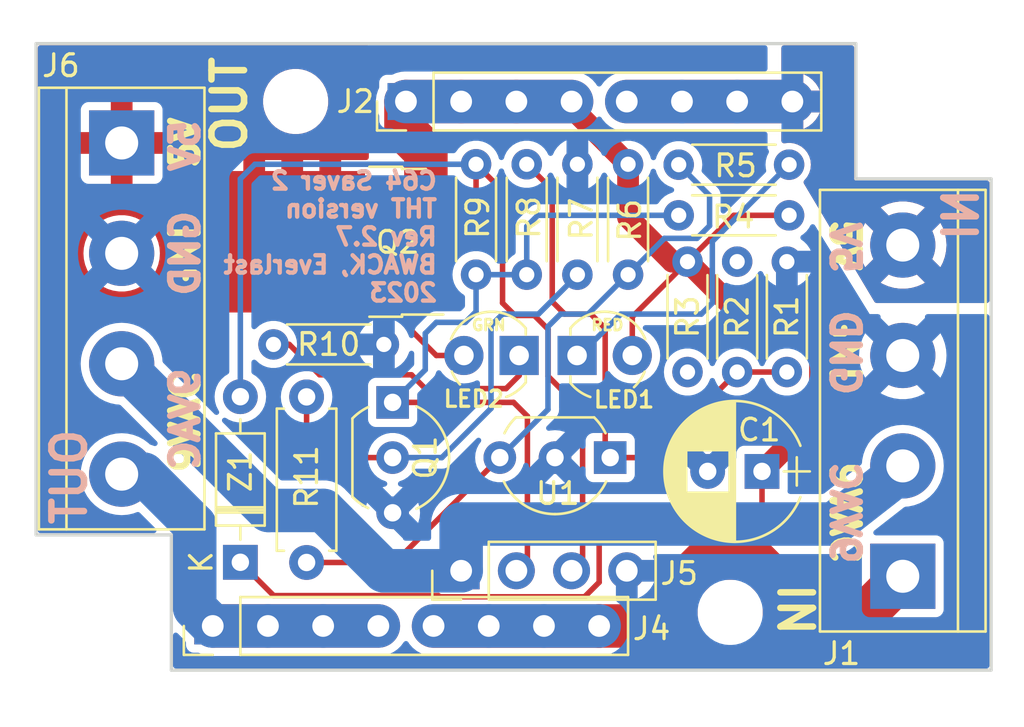
<source format=kicad_pcb>
(kicad_pcb (version 20221018) (generator pcbnew)
  (title_block (title "C64 Saver 2 Throughhole") (date "2023-10-20") (rev "2.7"))
  (layers (0 "F.Cu" signal) (31 "B.Cu" signal) (34 "B.Paste" user) (35 "F.Paste" user) (36 "B.SilkS" user "B.Silkscreen") (37 "F.SilkS" user "F.Silkscreen") (38 "B.Mask" user) (39 "F.Mask" user) (44 "Edge.Cuts" user))
  (net 0 "")
  (net 1 "/VCC1-")
  (net 2 "GND")
  (net 3 "PGATE")
  (net 4 "/VCC1+")
  (net 5 "OVERVOLTAGE")
  (net 6 "/5V_SAFE")
  (net 7 "/NGATE")
  (net 8 "/SENSE")
  (net 9 "/9VAC1")
  (net 10 "/9VAC2")
  (net 11 "/9VAC1'")
  (net 12 "Net-(LED1-K)")
  (net 13 "Net-(LED2-K)")
  (net 14 "Net-(U1-K)")
  (footprint "Connectors_Terminal_Blocks:TerminalBlock_bornier-4_P5.08mm" (layer "F.Cu") (at 144.399 88.265 -90)
    (fp_text reference "J6" (at -3.556 2.794) (layer "F.SilkS"))
    (fp_text value "Conn_01x04")
    (fp_line (start -2.54 -3.81) (end -2.54 3.81) (stroke (width 0.12)) (layer "F.SilkS"))
    (fp_line (start -2.54 -3.81) (end 17.78 -3.81) (stroke (width 0.12)) (layer "F.SilkS"))
    (fp_line (start -2.54 3.81) (end 17.78 3.81) (stroke (width 0.12)) (layer "F.SilkS"))
    (fp_line (start 17.78 2.54) (end -2.54 2.54) (stroke (width 0.12)) (layer "F.SilkS"))
    (fp_line (start 17.78 3.81) (end 17.78 -3.81) (stroke (width 0.12)) (layer "F.SilkS"))
    (pad "1" thru_hole rect (at 0 0 270) (size 3 3) (drill 1.52) (layers "*.Cu" "*.Mask") (net 6 "/5V_SAFE"))
    (pad "2" thru_hole circle (at 5.08 0 270) (size 3 3) (drill 1.52) (layers "*.Cu" "*.Mask") (net 2 "GND"))
    (pad "3" thru_hole circle (at 10.16 0 270) (size 3 3) (drill 1.52) (layers "*.Cu" "*.Mask") (net 10 "/9VAC2"))
    (pad "4" thru_hole circle (at 15.24 0 270) (size 3 3) (drill 1.52) (layers "*.Cu" "*.Mask") (net 11 "/9VAC1'"))
  )
  (footprint "Connectors_Terminal_Blocks:TerminalBlock_bornier-4_P5.08mm" (layer "F.Cu") (at 180.34 108.204 90)
    (fp_text reference "J1" (at -3.556 -2.82194) (layer "F.SilkS"))
    (fp_text value "Conn_01x04")
    (fp_line (start -2.54 -3.81) (end -2.54 3.81) (stroke (width 0.12)) (layer "F.SilkS"))
    (fp_line (start -2.54 -3.81) (end 17.78 -3.81) (stroke (width 0.12)) (layer "F.SilkS"))
    (fp_line (start -2.54 3.81) (end 17.78 3.81) (stroke (width 0.12)) (layer "F.SilkS"))
    (fp_line (start 17.78 2.54) (end -2.54 2.54) (stroke (width 0.12)) (layer "F.SilkS"))
    (fp_line (start 17.78 3.81) (end 17.78 -3.81) (stroke (width 0.12)) (layer "F.SilkS"))
    (pad "1" thru_hole rect (at 0 0 90) (size 3 3) (drill 1.52) (layers "*.Cu" "*.Mask") (net 9 "/9VAC1"))
    (pad "2" thru_hole circle (at 5.08 0 90) (size 3 3) (drill 1.52) (layers "*.Cu" "*.Mask") (net 10 "/9VAC2"))
    (pad "3" thru_hole circle (at 10.16 0 90) (size 3 3) (drill 1.52) (layers "*.Cu" "*.Mask") (net 2 "GND"))
    (pad "4" thru_hole circle (at 15.24 0 90) (size 3 3) (drill 1.52) (layers "*.Cu" "*.Mask") (net 4 "/VCC1+"))
  )
  (footprint "Capacitors_THT:CP_Radial_D6.3mm_P2.50mm" (layer "F.Cu") (at 173.863 103.378 180)
    (fp_text reference "C1" (at 0.127 1.905 180) (layer "F.SilkS"))
    (fp_text value "47uF")
    (fp_line (start -2.2 0) (end -1 0) (stroke (width 0.12)) (layer "F.SilkS"))
    (fp_line (start -1.6 -0.65) (end -1.6 0.65) (stroke (width 0.12)) (layer "F.SilkS"))
    (fp_line (start 1.25 -3.2) (end 1.25 3.2) (stroke (width 0.12)) (layer "F.SilkS"))
    (fp_line (start 1.29 -3.2) (end 1.29 3.2) (stroke (width 0.12)) (layer "F.SilkS"))
    (fp_line (start 1.33 -3.2) (end 1.33 3.2) (stroke (width 0.12)) (layer "F.SilkS"))
    (fp_line (start 1.37 -3.198) (end 1.37 3.198) (stroke (width 0.12)) (layer "F.SilkS"))
    (fp_line (start 1.41 -3.197) (end 1.41 3.197) (stroke (width 0.12)) (layer "F.SilkS"))
    (fp_line (start 1.45 -3.194) (end 1.45 3.194) (stroke (width 0.12)) (layer "F.SilkS"))
    (fp_line (start 1.49 -3.192) (end 1.49 3.192) (stroke (width 0.12)) (layer "F.SilkS"))
    (fp_line (start 1.53 -3.188) (end 1.53 -0.98) (stroke (width 0.12)) (layer "F.SilkS"))
    (fp_line (start 1.53 0.98) (end 1.53 3.188) (stroke (width 0.12)) (layer "F.SilkS"))
    (fp_line (start 1.57 -3.185) (end 1.57 -0.98) (stroke (width 0.12)) (layer "F.SilkS"))
    (fp_line (start 1.57 0.98) (end 1.57 3.185) (stroke (width 0.12)) (layer "F.SilkS"))
    (fp_line (start 1.61 -3.18) (end 1.61 -0.98) (stroke (width 0.12)) (layer "F.SilkS"))
    (fp_line (start 1.61 0.98) (end 1.61 3.18) (stroke (width 0.12)) (layer "F.SilkS"))
    (fp_line (start 1.65 -3.176) (end 1.65 -0.98) (stroke (width 0.12)) (layer "F.SilkS"))
    (fp_line (start 1.65 0.98) (end 1.65 3.176) (stroke (width 0.12)) (layer "F.SilkS"))
    (fp_line (start 1.69 -3.17) (end 1.69 -0.98) (stroke (width 0.12)) (layer "F.SilkS"))
    (fp_line (start 1.69 0.98) (end 1.69 3.17) (stroke (width 0.12)) (layer "F.SilkS"))
    (fp_line (start 1.73 -3.165) (end 1.73 -0.98) (stroke (width 0.12)) (layer "F.SilkS"))
    (fp_line (start 1.73 0.98) (end 1.73 3.165) (stroke (width 0.12)) (layer "F.SilkS"))
    (fp_line (start 1.77 -3.158) (end 1.77 -0.98) (stroke (width 0.12)) (layer "F.SilkS"))
    (fp_line (start 1.77 0.98) (end 1.77 3.158) (stroke (width 0.12)) (layer "F.SilkS"))
    (fp_line (start 1.81 -3.152) (end 1.81 -0.98) (stroke (width 0.12)) (layer "F.SilkS"))
    (fp_line (start 1.81 0.98) (end 1.81 3.152) (stroke (width 0.12)) (layer "F.SilkS"))
    (fp_line (start 1.85 -3.144) (end 1.85 -0.98) (stroke (width 0.12)) (layer "F.SilkS"))
    (fp_line (start 1.85 0.98) (end 1.85 3.144) (stroke (width 0.12)) (layer "F.SilkS"))
    (fp_line (start 1.89 -3.137) (end 1.89 -0.98) (stroke (width 0.12)) (layer "F.SilkS"))
    (fp_line (start 1.89 0.98) (end 1.89 3.137) (stroke (width 0.12)) (layer "F.SilkS"))
    (fp_line (start 1.93 -3.128) (end 1.93 -0.98) (stroke (width 0.12)) (layer "F.SilkS"))
    (fp_line (start 1.93 0.98) (end 1.93 3.128) (stroke (width 0.12)) (layer "F.SilkS"))
    (fp_line (start 1.971 -3.119) (end 1.971 -0.98) (stroke (width 0.12)) (layer "F.SilkS"))
    (fp_line (start 1.971 0.98) (end 1.971 3.119) (stroke (width 0.12)) (layer "F.SilkS"))
    (fp_line (start 2.011 -3.11) (end 2.011 -0.98) (stroke (width 0.12)) (layer "F.SilkS"))
    (fp_line (start 2.011 0.98) (end 2.011 3.11) (stroke (width 0.12)) (layer "F.SilkS"))
    (fp_line (start 2.051 -3.1) (end 2.051 -0.98) (stroke (width 0.12)) (layer "F.SilkS"))
    (fp_line (start 2.051 0.98) (end 2.051 3.1) (stroke (width 0.12)) (layer "F.SilkS"))
    (fp_line (start 2.091 -3.09) (end 2.091 -0.98) (stroke (width 0.12)) (layer "F.SilkS"))
    (fp_line (start 2.091 0.98) (end 2.091 3.09) (stroke (width 0.12)) (layer "F.SilkS"))
    (fp_line (start 2.131 -3.079) (end 2.131 -0.98) (stroke (width 0.12)) (layer "F.SilkS"))
    (fp_line (start 2.131 0.98) (end 2.131 3.079) (stroke (width 0.12)) (layer "F.SilkS"))
    (fp_line (start 2.171 -3.067) (end 2.171 -0.98) (stroke (width 0.12)) (layer "F.SilkS"))
    (fp_line (start 2.171 0.98) (end 2.171 3.067) (stroke (width 0.12)) (layer "F.SilkS"))
    (fp_line (start 2.211 -3.055) (end 2.211 -0.98) (stroke (width 0.12)) (layer "F.SilkS"))
    (fp_line (start 2.211 0.98) (end 2.211 3.055) (stroke (width 0.12)) (layer "F.SilkS"))
    (fp_line (start 2.251 -3.042) (end 2.251 -0.98) (stroke (width 0.12)) (layer "F.SilkS"))
    (fp_line (start 2.251 0.98) (end 2.251 3.042) (stroke (width 0.12)) (layer "F.SilkS"))
    (fp_line (start 2.291 -3.029) (end 2.291 -0.98) (stroke (width 0.12)) (layer "F.SilkS"))
    (fp_line (start 2.291 0.98) (end 2.291 3.029) (stroke (width 0.12)) (layer "F.SilkS"))
    (fp_line (start 2.331 -3.015) (end 2.331 -0.98) (stroke (width 0.12)) (layer "F.SilkS"))
    (fp_line (start 2.331 0.98) (end 2.331 3.015) (stroke (width 0.12)) (layer "F.SilkS"))
    (fp_line (start 2.371 -3.001) (end 2.371 -0.98) (stroke (width 0.12)) (layer "F.SilkS"))
    (fp_line (start 2.371 0.98) (end 2.371 3.001) (stroke (width 0.12)) (layer "F.SilkS"))
    (fp_line (start 2.411 -2.986) (end 2.411 -0.98) (stroke (width 0.12)) (layer "F.SilkS"))
    (fp_line (start 2.411 0.98) (end 2.411 2.986) (stroke (width 0.12)) (layer "F.SilkS"))
    (fp_line (start 2.451 -2.97) (end 2.451 -0.98) (stroke (width 0.12)) (layer "F.SilkS"))
    (fp_line (start 2.451 0.98) (end 2.451 2.97) (stroke (width 0.12)) (layer "F.SilkS"))
    (fp_line (start 2.491 -2.954) (end 2.491 -0.98) (stroke (width 0.12)) (layer "F.SilkS"))
    (fp_line (start 2.491 0.98) (end 2.491 2.954) (stroke (width 0.12)) (layer "F.SilkS"))
    (fp_line (start 2.531 -2.937) (end 2.531 -0.98) (stroke (width 0.12)) (layer "F.SilkS"))
    (fp_line (start 2.531 0.98) (end 2.531 2.937) (stroke (width 0.12)) (layer "F.SilkS"))
    (fp_line (start 2.571 -2.919) (end 2.571 -0.98) (stroke (width 0.12)) (layer "F.SilkS"))
    (fp_line (start 2.571 0.98) (end 2.571 2.919) (stroke (width 0.12)) (layer "F.SilkS"))
    (fp_line (start 2.611 -2.901) (end 2.611 -0.98) (stroke (width 0.12)) (layer "F.SilkS"))
    (fp_line (start 2.611 0.98) (end 2.611 2.901) (stroke (width 0.12)) (layer "F.SilkS"))
    (fp_line (start 2.651 -2.882) (end 2.651 -0.98) (stroke (width 0.12)) (layer "F.SilkS"))
    (fp_line (start 2.651 0.98) (end 2.651 2.882) (stroke (width 0.12)) (layer "F.SilkS"))
    (fp_line (start 2.691 -2.863) (end 2.691 -0.98) (stroke (width 0.12)) (layer "F.SilkS"))
    (fp_line (start 2.691 0.98) (end 2.691 2.863) (stroke (width 0.12)) (layer "F.SilkS"))
    (fp_line (start 2.731 -2.843) (end 2.731 -0.98) (stroke (width 0.12)) (layer "F.SilkS"))
    (fp_line (start 2.731 0.98) (end 2.731 2.843) (stroke (width 0.12)) (layer "F.SilkS"))
    (fp_line (start 2.771 -2.822) (end 2.771 -0.98) (stroke (width 0.12)) (layer "F.SilkS"))
    (fp_line (start 2.771 0.98) (end 2.771 2.822) (stroke (width 0.12)) (layer "F.SilkS"))
    (fp_line (start 2.811 -2.8) (end 2.811 -0.98) (stroke (width 0.12)) (layer "F.SilkS"))
    (fp_line (start 2.811 0.98) (end 2.811 2.8) (stroke (width 0.12)) (layer "F.SilkS"))
    (fp_line (start 2.851 -2.778) (end 2.851 -0.98) (stroke (width 0.12)) (layer "F.SilkS"))
    (fp_line (start 2.851 0.98) (end 2.851 2.778) (stroke (width 0.12)) (layer "F.SilkS"))
    (fp_line (start 2.891 -2.755) (end 2.891 -0.98) (stroke (width 0.12)) (layer "F.SilkS"))
    (fp_line (start 2.891 0.98) (end 2.891 2.755) (stroke (width 0.12)) (layer "F.SilkS"))
    (fp_line (start 2.931 -2.731) (end 2.931 -0.98) (stroke (width 0.12)) (layer "F.SilkS"))
    (fp_line (start 2.931 0.98) (end 2.931 2.731) (stroke (width 0.12)) (layer "F.SilkS"))
    (fp_line (start 2.971 -2.706) (end 2.971 -0.98) (stroke (width 0.12)) (layer "F.SilkS"))
    (fp_line (start 2.971 0.98) (end 2.971 2.706) (stroke (width 0.12)) (layer "F.SilkS"))
    (fp_line (start 3.011 -2.681) (end 3.011 -0.98) (stroke (width 0.12)) (layer "F.SilkS"))
    (fp_line (start 3.011 0.98) (end 3.011 2.681) (stroke (width 0.12)) (layer "F.SilkS"))
    (fp_line (start 3.051 -2.654) (end 3.051 -0.98) (stroke (width 0.12)) (layer "F.SilkS"))
    (fp_line (start 3.051 0.98) (end 3.051 2.654) (stroke (width 0.12)) (layer "F.SilkS"))
    (fp_line (start 3.091 -2.627) (end 3.091 -0.98) (stroke (width 0.12)) (layer "F.SilkS"))
    (fp_line (start 3.091 0.98) (end 3.091 2.627) (stroke (width 0.12)) (layer "F.SilkS"))
    (fp_line (start 3.131 -2.599) (end 3.131 -0.98) (stroke (width 0.12)) (layer "F.SilkS"))
    (fp_line (start 3.131 0.98) (end 3.131 2.599) (stroke (width 0.12)) (layer "F.SilkS"))
    (fp_line (start 3.171 -2.57) (end 3.171 -0.98) (stroke (width 0.12)) (layer "F.SilkS"))
    (fp_line (start 3.171 0.98) (end 3.171 2.57) (stroke (width 0.12)) (layer "F.SilkS"))
    (fp_line (start 3.211 -2.54) (end 3.211 -0.98) (stroke (width 0.12)) (layer "F.SilkS"))
    (fp_line (start 3.211 0.98) (end 3.211 2.54) (stroke (width 0.12)) (layer "F.SilkS"))
    (fp_line (start 3.251 -2.51) (end 3.251 -0.98) (stroke (width 0.12)) (layer "F.SilkS"))
    (fp_line (start 3.251 0.98) (end 3.251 2.51) (stroke (width 0.12)) (layer "F.SilkS"))
    (fp_line (start 3.291 -2.478) (end 3.291 -0.98) (stroke (width 0.12)) (layer "F.SilkS"))
    (fp_line (start 3.291 0.98) (end 3.291 2.478) (stroke (width 0.12)) (layer "F.SilkS"))
    (fp_line (start 3.331 -2.445) (end 3.331 -0.98) (stroke (width 0.12)) (layer "F.SilkS"))
    (fp_line (start 3.331 0.98) (end 3.331 2.445) (stroke (width 0.12)) (layer "F.SilkS"))
    (fp_line (start 3.371 -2.411) (end 3.371 -0.98) (stroke (width 0.12)) (layer "F.SilkS"))
    (fp_line (start 3.371 0.98) (end 3.371 2.411) (stroke (width 0.12)) (layer "F.SilkS"))
    (fp_line (start 3.411 -2.375) (end 3.411 -0.98) (stroke (width 0.12)) (layer "F.SilkS"))
    (fp_line (start 3.411 0.98) (end 3.411 2.375) (stroke (width 0.12)) (layer "F.SilkS"))
    (fp_line (start 3.451 -2.339) (end 3.451 -0.98) (stroke (width 0.12)) (layer "F.SilkS"))
    (fp_line (start 3.451 0.98) (end 3.451 2.339) (stroke (width 0.12)) (layer "F.SilkS"))
    (fp_line (start 3.491 -2.301) (end 3.491 2.301) (stroke (width 0.12)) (layer "F.SilkS"))
    (fp_line (start 3.531 -2.262) (end 3.531 2.262) (stroke (width 0.12)) (layer "F.SilkS"))
    (fp_line (start 3.571 -2.222) (end 3.571 2.222) (stroke (width 0.12)) (layer "F.SilkS"))
    (fp_line (start 3.611 -2.18) (end 3.611 2.18) (stroke (width 0.12)) (layer "F.SilkS"))
    (fp_line (start 3.651 -2.137) (end 3.651 2.137) (stroke (width 0.12)) (layer "F.SilkS"))
    (fp_line (start 3.691 -2.092) (end 3.691 2.092) (stroke (width 0.12)) (layer "F.SilkS"))
    (fp_line (start 3.731 -2.045) (end 3.731 2.045) (stroke (width 0.12)) (layer "F.SilkS"))
    (fp_line (start 3.771 -1.997) (end 3.771 1.997) (stroke (width 0.12)) (layer "F.SilkS"))
    (fp_line (start 3.811 -1.946) (end 3.811 1.946) (stroke (width 0.12)) (layer "F.SilkS"))
    (fp_line (start 3.851 -1.894) (end 3.851 1.894) (stroke (width 0.12)) (layer "F.SilkS"))
    (fp_line (start 3.891 -1.839) (end 3.891 1.839) (stroke (width 0.12)) (layer "F.SilkS"))
    (fp_line (start 3.931 -1.781) (end 3.931 1.781) (stroke (width 0.12)) (layer "F.SilkS"))
    (fp_line (start 3.971 -1.721) (end 3.971 1.721) (stroke (width 0.12)) (layer "F.SilkS"))
    (fp_line (start 4.011 -1.658) (end 4.011 1.658) (stroke (width 0.12)) (layer "F.SilkS"))
    (fp_line (start 4.051 -1.591) (end 4.051 1.591) (stroke (width 0.12)) (layer "F.SilkS"))
    (fp_line (start 4.091 -1.52) (end 4.091 1.52) (stroke (width 0.12)) (layer "F.SilkS"))
    (fp_line (start 4.131 -1.445) (end 4.131 1.445) (stroke (width 0.12)) (layer "F.SilkS"))
    (fp_line (start 4.171 -1.364) (end 4.171 1.364) (stroke (width 0.12)) (layer "F.SilkS"))
    (fp_line (start 4.211 -1.278) (end 4.211 1.278) (stroke (width 0.12)) (layer "F.SilkS"))
    (fp_line (start 4.251 -1.184) (end 4.251 1.184) (stroke (width 0.12)) (layer "F.SilkS"))
    (fp_line (start 4.291 -1.081) (end 4.291 1.081) (stroke (width 0.12)) (layer "F.SilkS"))
    (fp_line (start 4.331 -0.966) (end 4.331 0.966) (stroke (width 0.12)) (layer "F.SilkS"))
    (fp_line (start 4.371 -0.834) (end 4.371 0.834) (stroke (width 0.12)) (layer "F.SilkS"))
    (fp_line (start 4.411 -0.676) (end 4.411 0.676) (stroke (width 0.12)) (layer "F.SilkS"))
    (fp_line (start 4.451 -0.468) (end 4.451 0.468) (stroke (width 0.12)) (layer "F.SilkS"))
    (fp_arc (start -1.767482 -1.18) (mid 1.250464 -3.24) (end 4.26782 -1.179135) (stroke (width 0.12)) (layer "F.SilkS"))
    (fp_arc (start 4.267482 -1.18) (mid 4.49 -0.000464) (end 4.26782 1.179135) (stroke (width 0.12)) (layer "F.SilkS"))
    (fp_arc (start 4.26782 1.179135) (mid 1.250464 3.239999) (end -1.767482 1.18) (stroke (width 0.12)) (layer "F.SilkS"))
    (pad "1" thru_hole rect (at 0 0 180) (size 1.6 1.6) (drill 0.8) (layers "*.Cu" "*.Mask") (net 1 "/VCC1-"))
    (pad "2" thru_hole circle (at 2.5 0 180) (size 1.6 1.6) (drill 0.8) (layers "*.Cu" "*.Mask") (net 2 "GND"))
  )
  (footprint "TO_SOT_Packages_SMD:ATPAK-2" (layer "F.Cu") (at 154.0476 92.8116 180)
    (fp_text reference "Q2" (at -3.0514 -0.0254) (layer "F.SilkS"))
    (fp_text value "IPD068P03L3G")
    (fp_line (start -3.25 -3.45) (end -3.25 -3.35) (stroke (width 0.12)) (layer "F.SilkS"))
    (fp_line (start -3.25 -3.35) (end -5.15 -3.35) (stroke (width 0.12)) (layer "F.SilkS"))
    (fp_line (start -3.25 3.35) (end -4.35 3.35) (stroke (width 0.12)) (layer "F.SilkS"))
    (fp_line (start -3.25 3.45) (end -3.25 3.35) (stroke (width 0.12)) (layer "F.SilkS"))
    (fp_line (start -1.75 -3.45) (end -3.25 -3.45) (stroke (width 0.12)) (layer "F.SilkS"))
    (fp_line (start -1.75 3.45) (end -3.25 3.45) (stroke (width 0.12)) (layer "F.SilkS"))
    (pad "1" smd rect (at -4.35 -2.3 180) (size 1.6 1.5) (layers "F.Cu" "F.Paste" "F.Mask") (net 3 "PGATE"))
    (pad "2" smd rect (at 0.05 -1.7 180) (size 3.2 3.1) (layers "F.Cu" "F.Paste") (net 6 "/5V_SAFE"))
    (pad "2" smd rect (at 0.05 1.7 180) (size 3.2 3.1) (layers "F.Cu" "F.Paste") (net 6 "/5V_SAFE"))
    (pad "2" smd rect (at 1.8 0 180) (size 6.7 6.5) (layers "F.Cu" "F.Mask") (net 6 "/5V_SAFE"))
    (pad "2" smd rect (at 3.55 -1.7 180) (size 3.2 3.1) (layers "F.Cu" "F.Paste") (net 6 "/5V_SAFE"))
    (pad "2" smd rect (at 3.55 1.7 180) (size 3.2 3.1) (layers "F.Cu" "F.Paste") (net 6 "/5V_SAFE"))
    (pad "3" smd rect (at -4.35 2.3 180) (size 1.6 1.5) (layers "F.Cu" "F.Paste" "F.Mask") (net 1 "/VCC1-"))
  )
  (footprint "Pin_Headers:Pin_Header_Straight_1x08_Pitch2.54mm" (layer "F.Cu") (at 157.48 86.36 90)
    (fp_text reference "J2" (at 0 -2.33 180) (layer "F.SilkS"))
    (fp_text value "Conn_01x08")
    (fp_line (start -1.33 -1.33) (end 0 -1.33) (stroke (width 0.12)) (layer "F.SilkS"))
    (fp_line (start -1.33 0) (end -1.33 -1.33) (stroke (width 0.12)) (layer "F.SilkS"))
    (fp_line (start -1.33 1.27) (end -1.33 19.11) (stroke (width 0.12)) (layer "F.SilkS"))
    (fp_line (start -1.33 1.27) (end 1.33 1.27) (stroke (width 0.12)) (layer "F.SilkS"))
    (fp_line (start -1.33 19.11) (end 1.33 19.11) (stroke (width 0.12)) (layer "F.SilkS"))
    (fp_line (start 1.33 1.27) (end 1.33 19.11) (stroke (width 0.12)) (layer "F.SilkS"))
    (pad "1" thru_hole rect locked (at 0 0 90) (size 1.7 1.7) (drill 1) (layers "*.Cu" "*.Mask") (net 1 "/VCC1-"))
    (pad "2" thru_hole oval locked (at 0 2.54 90) (size 1.7 1.7) (drill 1) (layers "*.Cu" "*.Mask") (net 1 "/VCC1-"))
    (pad "3" thru_hole oval locked (at 0 5.08 90) (size 1.7 1.7) (drill 1) (layers "*.Cu" "*.Mask") (net 1 "/VCC1-"))
    (pad "4" thru_hole oval locked (at 0 7.62 90) (size 1.7 1.7) (drill 1) (layers "*.Cu" "*.Mask") (net 1 "/VCC1-"))
    (pad "5" thru_hole oval locked (at 0 10.16 90) (size 1.7 1.7) (drill 1) (layers "*.Cu" "*.Mask") (net 4 "/VCC1+"))
    (pad "6" thru_hole oval locked (at 0 12.7 90) (size 1.7 1.7) (drill 1) (layers "*.Cu" "*.Mask") (net 4 "/VCC1+"))
    (pad "7" thru_hole oval locked (at 0 15.24 90) (size 1.7 1.7) (drill 1) (layers "*.Cu" "*.Mask") (net 4 "/VCC1+"))
    (pad "8" thru_hole oval locked (at 0 17.78 90) (size 1.7 1.7) (drill 1) (layers "*.Cu" "*.Mask") (net 4 "/VCC1+"))
  )
  (footprint "Pin_Headers:Pin_Header_Straight_1x08_Pitch2.54mm" (layer "F.Cu") (at 148.59 110.49 90)
    (fp_text reference "J4" (at -0.127 20.193 180) (layer "F.SilkS"))
    (fp_text value "Conn_01x08")
    (fp_line (start -1.33 -1.33) (end 0 -1.33) (stroke (width 0.12)) (layer "F.SilkS"))
    (fp_line (start -1.33 0) (end -1.33 -1.33) (stroke (width 0.12)) (layer "F.SilkS"))
    (fp_line (start -1.33 1.27) (end -1.33 19.11) (stroke (width 0.12)) (layer "F.SilkS"))
    (fp_line (start -1.33 1.27) (end 1.33 1.27) (stroke (width 0.12)) (layer "F.SilkS"))
    (fp_line (start -1.33 19.11) (end 1.33 19.11) (stroke (width 0.12)) (layer "F.SilkS"))
    (fp_line (start 1.33 1.27) (end 1.33 19.11) (stroke (width 0.12)) (layer "F.SilkS"))
    (pad "1" thru_hole rect (at 0 0 90) (size 1.7 1.7) (drill 1) (layers "*.Cu" "*.Mask") (net 11 "/9VAC1'"))
    (pad "2" thru_hole oval (at 0 2.54 90) (size 1.7 1.7) (drill 1) (layers "*.Cu" "*.Mask") (net 11 "/9VAC1'"))
    (pad "3" thru_hole oval (at 0 5.08 90) (size 1.7 1.7) (drill 1) (layers "*.Cu" "*.Mask") (net 11 "/9VAC1'"))
    (pad "4" thru_hole oval (at 0 7.62 90) (size 1.7 1.7) (drill 1) (layers "*.Cu" "*.Mask") (net 11 "/9VAC1'"))
    (pad "5" thru_hole oval (at 0 10.16 90) (size 1.7 1.7) (drill 1) (layers "*.Cu" "*.Mask") (net 9 "/9VAC1"))
    (pad "6" thru_hole oval (at 0 12.7 90) (size 1.7 1.7) (drill 1) (layers "*.Cu" "*.Mask") (net 9 "/9VAC1"))
    (pad "7" thru_hole oval (at 0 15.24 90) (size 1.7 1.7) (drill 1) (layers "*.Cu" "*.Mask") (net 9 "/9VAC1"))
    (pad "8" thru_hole oval (at 0 17.78 90) (size 1.7 1.7) (drill 1) (layers "*.Cu" "*.Mask") (net 9 "/9VAC1"))
  )
  (footprint "Pin_Headers:Pin_Header_Straight_1x04_Pitch2.54mm" (layer "F.Cu") (at 160.02 107.95 90)
    (fp_text reference "J5" (at -0.127 10.033 180) (layer "F.SilkS"))
    (fp_text value "Conn_01x04")
    (fp_line (start -1.33 -1.33) (end 0 -1.33) (stroke (width 0.12)) (layer "F.SilkS"))
    (fp_line (start -1.33 0) (end -1.33 -1.33) (stroke (width 0.12)) (layer "F.SilkS"))
    (fp_line (start -1.33 1.27) (end -1.33 8.95) (stroke (width 0.12)) (layer "F.SilkS"))
    (fp_line (start -1.33 1.27) (end 1.33 1.27) (stroke (width 0.12)) (layer "F.SilkS"))
    (fp_line (start -1.33 8.95) (end 1.33 8.95) (stroke (width 0.12)) (layer "F.SilkS"))
    (fp_line (start 1.33 1.27) (end 1.33 8.95) (stroke (width 0.12)) (layer "F.SilkS"))
    (pad "1" thru_hole rect (at 0 0 90) (size 1.7 1.7) (drill 1) (layers "*.Cu" "*.Mask") (net 10 "/9VAC2"))
    (pad "2" thru_hole oval (at 0 2.54 90) (size 1.7 1.7) (drill 1) (layers "*.Cu" "*.Mask") (net 5 "OVERVOLTAGE"))
    (pad "3" thru_hole oval (at 0 5.08 90) (size 1.7 1.7) (drill 1) (layers "*.Cu" "*.Mask") (net 3 "PGATE"))
    (pad "4" thru_hole oval (at 0 7.62 90) (size 1.7 1.7) (drill 1) (layers "*.Cu" "*.Mask") (net 2 "GND"))
  )
  (footprint "Mounting_Holes:MountingHole_2.5mm" (layer "F.Cu") (at 152.40508 86.35746)
    (fp_text reference "MK1" hide)
    (fp_text value "Mounting_Hole")
    (pad "" np_thru_hole circle (at 0 0) (size 2.5 2.5) (drill 2.5) (layers "*.Cu" "*.Mask"))
  )
  (footprint "Mounting_Holes:MountingHole_2.5mm" (layer "F.Cu") (at 172.39996 109.86262)
    (fp_text reference "MK2" hide)
    (fp_text value "Mounting_Hole")
    (pad "" np_thru_hole circle (at 0 0) (size 2.5 2.5) (drill 2.5) (layers "*.Cu" "*.Mask"))
  )
  (footprint "Resistor_THT:R_Axial_DIN0204_L3.6mm_D1.6mm_P5.08mm_Horizontal" (layer "F.Cu") (at 170.434 93.726 -90)
    (fp_text reference "R3" (at 2.54 0 90) (layer "F.SilkS"))
    (fp_text value "3k3 1%")
    (fp_line (start 0.62 -0.92) (end 4.46 -0.92) (stroke (width 0.12)) (layer "F.SilkS"))
    (fp_line (start 0.62 0.92) (end 4.46 0.92) (stroke (width 0.12)) (layer "F.SilkS"))
    (pad "1" thru_hole circle (at 0 0 270) (size 1.4 1.4) (drill 0.7) (layers "*.Cu" "*.Mask") (net 1 "/VCC1-"))
    (pad "2" thru_hole oval (at 5.08 0 270) (size 1.4 1.4) (drill 0.7) (layers "*.Cu" "*.Mask"))
  )
  (footprint "Resistor_THT:R_Axial_DIN0204_L3.6mm_D1.6mm_P5.08mm_Horizontal" (layer "F.Cu") (at 175.006 98.806 90)
    (fp_text reference "R1" (at 2.54 0 90) (layer "F.SilkS"))
    (fp_text value "3k3 1%")
    (fp_line (start 0.62 -0.92) (end 4.46 -0.92) (stroke (width 0.12)) (layer "F.SilkS"))
    (fp_line (start 0.62 0.92) (end 4.46 0.92) (stroke (width 0.12)) (layer "F.SilkS"))
    (pad "1" thru_hole circle (at 0 0 90) (size 1.4 1.4) (drill 0.7) (layers "*.Cu" "*.Mask") (net 8 "/SENSE"))
    (pad "2" thru_hole oval (at 5.08 0 90) (size 1.4 1.4) (drill 0.7) (layers "*.Cu" "*.Mask") (net 2 "GND"))
  )
  (footprint "Resistor_THT:R_Axial_DIN0204_L3.6mm_D1.6mm_P5.08mm_Horizontal" (layer "F.Cu") (at 167.699993 89.2456 -90)
    (fp_text reference "R6" (at 2.5754 -0.0762 -90) (layer "F.SilkS"))
    (fp_text value "3k3")
    (fp_line (start 0.62 -0.92) (end 4.46 -0.92) (stroke (width 0.12)) (layer "F.SilkS"))
    (fp_line (start 0.62 0.92) (end 4.46 0.92) (stroke (width 0.12)) (layer "F.SilkS"))
    (pad "1" thru_hole circle (at 0 0 270) (size 1.4 1.4) (drill 0.7) (layers "*.Cu" "*.Mask") (net 1 "/VCC1-"))
    (pad "2" thru_hole oval (at 5.08 0 270) (size 1.4 1.4) (drill 0.7) (layers "*.Cu" "*.Mask") (net 14 "Net-(U1-K)"))
  )
  (footprint "Resistor_THT:R_Axial_DIN0204_L3.6mm_D1.6mm_P5.08mm_Horizontal" (layer "F.Cu") (at 163.037197 89.2456 -90)
    (fp_text reference "R8" (at 2.4484 -0.1016 -90) (layer "F.SilkS"))
    (fp_text value "330k")
    (fp_line (start 0.62 -0.92) (end 4.46 -0.92) (stroke (width 0.12)) (layer "F.SilkS"))
    (fp_line (start 0.62 0.92) (end 4.46 0.92) (stroke (width 0.12)) (layer "F.SilkS"))
    (pad "1" thru_hole circle (at 0 0 270) (size 1.4 1.4) (drill 0.7) (layers "*.Cu" "*.Mask") (net 8 "/SENSE"))
    (pad "2" thru_hole oval (at 5.08 0 270) (size 1.4 1.4) (drill 0.7) (layers "*.Cu" "*.Mask") (net 5 "OVERVOLTAGE"))
  )
  (footprint "Resistor_THT:R_Axial_DIN0204_L3.6mm_D1.6mm_P5.08mm_Horizontal" (layer "F.Cu") (at 175.109221 91.595756 180)
    (fp_text reference "R4" (at 2.5654 -0.0762) (layer "F.SilkS"))
    (fp_text value "3k3")
    (fp_line (start 0.62 -0.92) (end 4.46 -0.92) (stroke (width 0.12)) (layer "F.SilkS"))
    (fp_line (start 0.62 0.92) (end 4.46 0.92) (stroke (width 0.12)) (layer "F.SilkS"))
    (pad "1" thru_hole circle (at 0 0 180) (size 1.4 1.4) (drill 0.7) (layers "*.Cu" "*.Mask") (net 1 "/VCC1-"))
    (pad "2" thru_hole oval (at 5.08 0 180) (size 1.4 1.4) (drill 0.7) (layers "*.Cu" "*.Mask") (net 5 "OVERVOLTAGE"))
  )
  (footprint "Resistor_THT:R_Axial_DIN0204_L3.6mm_D1.6mm_P5.08mm_Horizontal" (layer "F.Cu") (at 160.7058 89.2456 -90)
    (fp_text reference "R9" (at 2.4484 -0.0762 -90) (layer "F.SilkS"))
    (fp_text value "3k9")
    (fp_line (start 0.62 -0.92) (end 4.46 -0.92) (stroke (width 0.12)) (layer "F.SilkS"))
    (fp_line (start 0.62 0.92) (end 4.46 0.92) (stroke (width 0.12)) (layer "F.SilkS"))
    (pad "1" thru_hole circle (at 0 0 270) (size 1.4 1.4) (drill 0.7) (layers "*.Cu" "*.Mask") (net 3 "PGATE"))
    (pad "2" thru_hole oval (at 5.08 0 270) (size 1.4 1.4) (drill 0.7) (layers "*.Cu" "*.Mask") (net 5 "OVERVOLTAGE"))
  )
  (footprint "Resistor_THT:R_Axial_DIN0207_L6.3mm_D2.5mm_P7.62mm_Horizontal" (layer "F.Cu") (at 152.908 107.569 90)
    (fp_text reference "R11" (at 3.937 0 90) (layer "F.SilkS"))
    (fp_text value "33k")
    (fp_line (start 0.54 -1.37) (end 7.08 -1.37) (stroke (width 0.12)) (layer "F.SilkS"))
    (fp_line (start 0.54 -1.04) (end 0.54 -1.37) (stroke (width 0.12)) (layer "F.SilkS"))
    (fp_line (start 0.54 1.04) (end 0.54 1.37) (stroke (width 0.12)) (layer "F.SilkS"))
    (fp_line (start 0.54 1.37) (end 7.08 1.37) (stroke (width 0.12)) (layer "F.SilkS"))
    (fp_line (start 7.08 -1.37) (end 7.08 -1.04) (stroke (width 0.12)) (layer "F.SilkS"))
    (fp_line (start 7.08 1.37) (end 7.08 1.04) (stroke (width 0.12)) (layer "F.SilkS"))
    (pad "1" thru_hole circle (at 0 0 90) (size 1.6 1.6) (drill 0.8) (layers "*.Cu" "*.Mask") (net 14 "Net-(U1-K)"))
    (pad "2" thru_hole oval (at 7.62 0 90) (size 1.6 1.6) (drill 0.8) (layers "*.Cu" "*.Mask") (net 7 "/NGATE"))
  )
  (footprint "Resistor_THT:R_Axial_DIN0204_L3.6mm_D1.6mm_P5.08mm_Horizontal" (layer "F.Cu") (at 165.368594 94.3256 90)
    (fp_text reference "R7" (at 2.5654 0.1778 90) (layer "F.SilkS"))
    (fp_text value "10k")
    (fp_line (start 0.62 -0.92) (end 4.46 -0.92) (stroke (width 0.12)) (layer "F.SilkS"))
    (fp_line (start 0.62 0.92) (end 4.46 0.92) (stroke (width 0.12)) (layer "F.SilkS"))
    (pad "1" thru_hole circle (at 0 0 90) (size 1.4 1.4) (drill 0.7) (layers "*.Cu" "*.Mask") (net 7 "/NGATE"))
    (pad "2" thru_hole oval (at 5.08 0 90) (size 1.4 1.4) (drill 0.7) (layers "*.Cu" "*.Mask") (net 2 "GND"))
  )
  (footprint "Package_TO_SOT_THT:TO-92_Inline_Wide" (layer "F.Cu") (at 156.866 100.203 -90)
    (fp_text reference "Q1" (at 2.54 -1.503 90) (layer "F.SilkS"))
    (fp_text value "BC547")
    (fp_line (start 0.74 1.85) (end 4.34 1.85) (stroke (width 0.12)) (layer "F.SilkS"))
    (fp_arc (start 0.1836 -1.098807) (mid 1.143021 -2.192817) (end 2.54 -2.6) (stroke (width 0.12)) (layer "F.SilkS"))
    (fp_arc (start 0.74 1.85) (mid 0.446097 1.509328) (end 0.215816 1.122795) (stroke (width 0.12)) (layer "F.SilkS"))
    (fp_arc (start 2.54 -2.6) (mid 3.936979 -2.192818) (end 4.8964 -1.098807) (stroke (width 0.12)) (layer "F.SilkS"))
    (fp_arc (start 4.864184 1.122795) (mid 4.633903 1.509328) (end 4.34 1.85) (stroke (width 0.12)) (layer "F.SilkS"))
    (pad "1" thru_hole rect (at 0 0 270) (size 1.5 1.5) (drill 0.8) (layers "*.Cu" "*.Mask") (net 5 "OVERVOLTAGE"))
    (pad "2" thru_hole circle (at 2.54 0 270) (size 1.5 1.5) (drill 0.8) (layers "*.Cu" "*.Mask") (net 7 "/NGATE"))
    (pad "3" thru_hole circle (at 5.08 0 270) (size 1.5 1.5) (drill 0.8) (layers "*.Cu" "*.Mask") (net 2 "GND"))
  )
  (footprint "LED_THT:LED_D3.0mm_Easy_2" (layer "F.Cu") (at 162.687 98.044 180)
    (fp_text reference "LED2" (at 2.087104 -1.998027 180) (layer "F.SilkS") (effects (font (size 0.75 0.75))))
    (fp_text value "3mm GREEN")
    (fp_line (start -0.307586 -1.249443) (end -0.306658 -0.954201) (stroke (width 0.12)) (layer "F.SilkS"))
    (fp_line (start -0.306751 0.960476) (end -0.306982 1.248963) (stroke (width 0.12)) (layer "F.SilkS"))
    (fp_arc (start -0.269066 -1.281633) (mid 0.120774 -1.655197) (end 0.597081 -1.909473) (stroke (width 0.12)) (layer "F.SilkS"))
    (fp_arc (start 2.721228 -1.333242) (mid 2.936016 -1.05261) (end 3.097228 -0.738127) (stroke (width 0.12)) (layer "F.SilkS"))
    (fp_arc (start 3.135938 0.751701) (mid 1.557561 1.991002) (end -0.306982 1.248963) (stroke (width 0.12)) (layer "F.SilkS"))
    (pad "1" thru_hole rect (at 0 0 180) (size 1.8 1.8) (drill 0.9) (layers "*.Cu" "*.Mask") (net 13 "Net-(LED2-K)"))
    (pad "2" thru_hole circle (at 2.54 0 180) (size 1.8 1.8) (drill 0.9) (layers "*.Cu" "*.Mask") (net 6 "/5V_SAFE"))
  )
  (footprint "LED_THT:LED_D3.0mm_Easy_1" (layer "F.Cu") (at 165.354 98.044)
    (fp_text reference "LED1" (at 2.159 2.032) (layer "F.SilkS") (effects (font (size 0.75 0.75))))
    (fp_text value "3mm RED")
    (fp_line (start -0.307586 -1.249443) (end -0.306658 -0.954201) (stroke (width 0.12)) (layer "F.SilkS"))
    (fp_line (start -0.306751 0.960476) (end -0.306982 1.248963) (stroke (width 0.12)) (layer "F.SilkS"))
    (fp_arc (start -0.307586 -1.249443) (mid 1.556726 -1.991902) (end 3.135939 -0.753763) (stroke (width 0.12)) (layer "F.SilkS"))
    (fp_arc (start 0.608379 1.909472) (mid 0.100342 1.647946) (end -0.314183 1.254668) (stroke (width 0.12)) (layer "F.SilkS"))
    (fp_arc (start 3.105947 0.748226) (mid 2.901579 1.129508) (end 2.61954 1.457527) (stroke (width 0.12)) (layer "F.SilkS"))
    (pad "1" thru_hole rect (at 0 0) (size 1.8 1.8) (drill 0.9) (layers "*.Cu" "*.Mask") (net 12 "Net-(LED1-K)"))
    (pad "2" thru_hole circle (at 2.54 0) (size 1.8 1.8) (drill 0.9) (layers "*.Cu" "*.Mask") (net 1 "/VCC1-"))
  )
  (footprint "Resistor_THT:R_Axial_DIN0204_L3.6mm_D1.6mm_P5.08mm_Horizontal" (layer "F.Cu") (at 151.384 97.536)
    (fp_text reference "R10" (at 2.54 0) (layer "F.SilkS"))
    (fp_text value "330")
    (fp_line (start 0.62 -0.92) (end 4.46 -0.92) (stroke (width 0.12)) (layer "F.SilkS"))
    (fp_line (start 0.62 0.92) (end 4.46 0.92) (stroke (width 0.12)) (layer "F.SilkS"))
    (pad "1" thru_hole circle (at 0 0) (size 1.4 1.4) (drill 0.7) (layers "*.Cu" "*.Mask") (net 13 "Net-(LED2-K)"))
    (pad "2" thru_hole oval (at 5.08 0) (size 1.4 1.4) (drill 0.7) (layers "*.Cu" "*.Mask") (net 2 "GND"))
  )
  (footprint "Resistor_THT:R_Axial_DIN0204_L3.6mm_D1.6mm_P5.08mm_Horizontal" (layer "F.Cu") (at 172.72 93.726 -90)
    (fp_text reference "R2" (at 2.54 0 90) (layer "F.SilkS"))
    (fp_text value "330 1%")
    (fp_line (start 0.62 -0.92) (end 4.46 -0.92) (stroke (width 0.12)) (layer "F.SilkS"))
    (fp_line (start 0.62 0.92) (end 4.46 0.92) (stroke (width 0.12)) (layer "F.SilkS"))
    (pad "1" thru_hole circle (at 0 0 270) (size 1.4 1.4) (drill 0.7) (layers "*.Cu" "*.Mask"))
    (pad "2" thru_hole oval (at 5.08 0 270) (size 1.4 1.4) (drill 0.7) (layers "*.Cu" "*.Mask") (net 8 "/SENSE"))
  )
  (footprint "Resistor_THT:R_Axial_DIN0204_L3.6mm_D1.6mm_P5.08mm_Horizontal" (layer "F.Cu") (at 175.109221 89.264181 180)
    (fp_text reference "R5" (at 2.4638 -0.0508) (layer "F.SilkS"))
    (fp_text value "1k")
    (fp_line (start 0.62 -0.92) (end 4.46 -0.92) (stroke (width 0.12)) (layer "F.SilkS"))
    (fp_line (start 0.62 0.92) (end 4.46 0.92) (stroke (width 0.12)) (layer "F.SilkS"))
    (pad "1" thru_hole circle (at 0 0 180) (size 1.4 1.4) (drill 0.7) (layers "*.Cu" "*.Mask") (net 12 "Net-(LED1-K)"))
    (pad "2" thru_hole oval (at 5.08 0 180) (size 1.4 1.4) (drill 0.7) (layers "*.Cu" "*.Mask") (net 14 "Net-(U1-K)"))
  )
  (footprint "Diode_THT:D_DO-35_SOD27_P7.62mm_Horizontal" (layer "F.Cu") (at 149.86 107.560504 90)
    (fp_text reference "Z1" (at 4.182504 0 90) (layer "F.SilkS"))
    (fp_text value "6V8")
    (fp_text user "K" (at 0 -1.8 90) (layer "F.SilkS"))
    (fp_line (start 1.04 0) (end 1.69 0) (stroke (width 0.12)) (layer "F.SilkS"))
    (fp_line (start 1.69 -1.12) (end 1.69 1.12) (stroke (width 0.12)) (layer "F.SilkS"))
    (fp_line (start 1.69 1.12) (end 5.93 1.12) (stroke (width 0.12)) (layer "F.SilkS"))
    (fp_line (start 2.29 -1.12) (end 2.29 1.12) (stroke (width 0.12)) (layer "F.SilkS"))
    (fp_line (start 2.41 -1.12) (end 2.41 1.12) (stroke (width 0.12)) (layer "F.SilkS"))
    (fp_line (start 2.53 -1.12) (end 2.53 1.12) (stroke (width 0.12)) (layer "F.SilkS"))
    (fp_line (start 5.93 -1.12) (end 1.69 -1.12) (stroke (width 0.12)) (layer "F.SilkS"))
    (fp_line (start 5.93 1.12) (end 5.93 -1.12) (stroke (width 0.12)) (layer "F.SilkS"))
    (fp_line (start 6.58 0) (end 5.93 0) (stroke (width 0.12)) (layer "F.SilkS"))
    (pad "1" thru_hole rect (at 0 0 90) (size 1.6 1.6) (drill 0.8) (layers "*.Cu" "*.Mask") (net 1 "/VCC1-"))
    (pad "2" thru_hole oval (at 7.62 0 90) (size 1.6 1.6) (drill 0.8) (layers "*.Cu" "*.Mask") (net 3 "PGATE"))
  )
  (footprint "Package_TO_SOT_THT:TO-92_Inline_Wide" (layer "F.Cu") (at 166.878 102.743 180)
    (fp_text reference "U1" (at 2.413 -1.651) (layer "F.SilkS"))
    (fp_text value "TL431LP")
    (fp_line (start 0.74 1.85) (end 4.34 1.85) (stroke (width 0.12)) (layer "F.SilkS"))
    (fp_arc (start 0.1836 -1.098807) (mid 1.143021 -2.192817) (end 2.54 -2.6) (stroke (width 0.12)) (layer "F.SilkS"))
    (fp_arc (start 0.74 1.85) (mid 0.446097 1.509328) (end 0.215816 1.122795) (stroke (width 0.12)) (layer "F.SilkS"))
    (fp_arc (start 2.54 -2.6) (mid 3.936979 -2.192818) (end 4.8964 -1.098807) (stroke (width 0.12)) (layer "F.SilkS"))
    (fp_arc (start 4.864184 1.122795) (mid 4.633903 1.509328) (end 4.34 1.85) (stroke (width 0.12)) (layer "F.SilkS"))
    (pad "1" thru_hole rect (at 0 0 180) (size 1.5 1.5) (drill 0.8) (layers "*.Cu" "*.Mask") (net 8 "/SENSE"))
    (pad "2" thru_hole circle (at 2.54 0 180) (size 1.5 1.5) (drill 0.8) (layers "*.Cu" "*.Mask") (net 2 "GND"))
    (pad "3" thru_hole circle (at 5.08 0 180) (size 1.5 1.5) (drill 0.8) (layers "*.Cu" "*.Mask") (net 14 "Net-(U1-K)"))
  )
  (gr_line (start 184.404 112.522) (end 146.685 112.522) (stroke (width 0.15)) (layer "Edge.Cuts"))
  (gr_line (start 140.462 83.693) (end 178.181 83.693) (stroke (width 0.15)) (layer "Edge.Cuts"))
  (gr_line (start 140.462 106.299) (end 140.462 83.693) (stroke (width 0.15)) (layer "Edge.Cuts"))
  (gr_line (start 178.181 89.916) (end 184.404 89.916) (stroke (width 0.15)) (layer "Edge.Cuts"))
  (gr_line (start 146.685 112.522) (end 146.685 106.299) (stroke (width 0.15)) (layer "Edge.Cuts"))
  (gr_line (start 146.685 106.299) (end 140.462 106.299) (stroke (width 0.15)) (layer "Edge.Cuts"))
  (gr_line (start 178.181 83.693) (end 178.181 89.916) (stroke (width 0.15)) (layer "Edge.Cuts"))
  (gr_line (start 184.404 89.916) (end 184.404 112.522) (stroke (width 0.15)) (layer "Edge.Cuts"))
  (gr_text "9VAC" (at 177.673 105.283 270) (layer "B.SilkS") (effects (font (size 1.25 1.25) (thickness 0.3)) (justify mirror)))
  (gr_text "GND" (at 177.673 97.917 270) (layer "B.SilkS") (effects (font (size 1.25 1.25) (thickness 0.3)) (justify mirror)))
  (gr_text "5V" (at 177.673 93.091 270) (layer "B.SilkS") (effects (font (size 1.25 1.25) (thickness 0.3)) (justify mirror)))
  (gr_text "5V" (at 147.32 88.392 90) (layer "B.SilkS") (effects (font (size 1.25 1.25) (thickness 0.3)) (justify mirror)))
  (gr_text "GND" (at 147.32 93.345 90) (layer "B.SilkS") (effects (font (size 1.25 1.25) (thickness 0.3)) (justify mirror)))
  (gr_text "9VAC" (at 147.32 100.965 90) (layer "B.SilkS") (effects (font (size 1.25 1.25) (thickness 0.3)) (justify mirror)))
  (gr_text "IN" (at 182.88 91.567 -90) (layer "B.SilkS") (effects (font (size 1.5 1.5) (thickness 0.3)) (justify mirror)))
  (gr_text "OUT" (at 141.986 103.632 90) (layer "B.SilkS") (effects (font (size 1.5 1.5) (thickness 0.3)) (justify mirror)))
  (gr_text "C64 Saver 2\nTHT version\nRev 2.7\nBWACK, Everlast\n2023" (at 159.004 92.583) (layer "B.SilkS") (effects (font (size 0.8 0.8) (thickness 0.2)) (justify left mirror)))
  (gr_text "5V" (at 147.32 88.265 90) (layer "F.SilkS") (effects (font (size 1.25 1.25) (thickness 0.3))))
  (gr_text "GND" (at 147.32 93.345 90) (layer "F.SilkS") (effects (font (size 1.25 1.25) (thickness 0.3))))
  (gr_text "9VAC" (at 147.32 101.092 90) (layer "F.SilkS") (effects (font (size 1.25 1.25) (thickness 0.3))))
  (gr_text "RED" (at 166.751 96.647) (layer "F.SilkS") (effects (font (size 0.5 0.5) (thickness 0.125))))
  (gr_text "OUT" (at 149.352 86.487 90) (layer "F.SilkS") (effects (font (size 1.5 1.5) (thickness 0.3))))
  (gr_text "IN" (at 175.387 109.728 -90) (layer "F.SilkS") (effects (font (size 1.5 1.5) (thickness 0.3))))
  (gr_text "GND" (at 177.673 97.917 270) (layer "F.SilkS") (effects (font (size 1.25 1.25) (thickness 0.3))))
  (gr_text "GRN" (at 161.29 96.647) (layer "F.SilkS") (effects (font (size 0.5 0.5) (thickness 0.125))))
  (gr_text "9VAC" (at 177.673 105.283 270) (layer "F.SilkS") (effects (font (size 1.25 1.25) (thickness 0.3))))
  (gr_text "5V" (at 177.673 92.964 270) (layer "F.SilkS") (effects (font (size 1.25 1.25) (thickness 0.3))))
  (segment (start 165.1 86.645607) (end 165.1 86.36) (width 0.254) (layer "F.Cu") (net 1))
  (segment (start 167.699993 89.2456) (end 167.699993 91.691993) (width 1) (layer "F.Cu") (net 1))
  (segment (start 173.355 105.537) (end 173.863 105.029) (width 0.254) (layer "F.Cu") (net 1))
  (segment (start 167.894 98.044) (end 167.894 96.266) (width 0.254) (layer "F.Cu") (net 1))
  (segment (start 172.564244 91.595756) (end 170.434 93.726) (width 0.254) (layer "F.Cu") (net 1))
  (segment (start 165.701083 109.147) (end 166.37 108.478083) (width 0.254) (layer "F.Cu") (net 1))
  (segment (start 176.53 97.155) (end 176.53 100.711) (width 1) (layer "F.Cu") (net 1))
  (segment (start 167.699993 91.691993) (end 169.734 93.726) (width 1) (layer "F.Cu") (net 1))
  (segment (start 170.434 93.726) (end 172.847 96.139) (width 1) (layer "F.Cu") (net 1))
  (segment (start 151.392496 109.093) (end 158.972268 109.093) (width 0.254) (layer "F.Cu") (net 1))
  (segment (start 169.734 93.726) (end 170.434 93.726) (width 1) (layer "F.Cu") (net 1))
  (segment (start 166.37 108.478083) (end 166.37 106.172) (width 0.254) (layer "F.Cu") (net 1))
  (segment (start 175.109221 91.595756) (end 172.564244 91.595756) (width 0.254) (layer "F.Cu") (net 1))
  (segment (start 160.02 86.36) (end 157.48 86.36) (width 2) (layer "F.Cu") (net 1))
  (segment (start 173.863 105.029) (end 173.863 103.378) (width 0.254) (layer "F.Cu") (net 1))
  (segment (start 158.972268 109.093) (end 159.026268 109.147) (width 0.254) (layer "F.Cu") (net 1))
  (segment (start 149.86 107.560504) (end 151.392496 109.093) (width 0.254) (layer "F.Cu") (net 1))
  (segment (start 157.48 86.36) (end 157.48 87.757) (width 2) (layer "F.Cu") (net 1))
  (segment (start 175.514 96.139) (end 176.53 97.155) (width 1) (layer "F.Cu") (net 1))
  (segment (start 176.53 100.711) (end 173.863 103.378) (width 1) (layer "F.Cu") (net 1))
  (segment (start 165.1 86.36) (end 162.56 86.36) (width 2) (layer "F.Cu") (net 1))
  (segment (start 166.37 106.172) (end 167.005 105.537) (width 0.254) (layer "F.Cu") (net 1))
  (segment (start 157.48 87.757) (end 158.3976 88.6746) (width 2) (layer "F.Cu") (net 1))
  (segment (start 159.026268 109.147) (end 165.701083 109.147) (width 0.254) (layer "F.Cu") (net 1))
  (segment (start 167.699993 89.2456) (end 165.1 86.645607) (width 1) (layer "F.Cu") (net 1))
  (segment (start 172.847 96.139) (end 175.514 96.139) (width 1) (layer "F.Cu") (net 1))
  (segment (start 167.894 96.266) (end 170.434 93.726) (width 0.254) (layer "F.Cu") (net 1))
  (segment (start 158.3976 88.6746) (end 158.3976 90.5116) (width 2) (layer "F.Cu") (net 1))
  (segment (start 160.02 86.36) (end 162.56 86.36) (width 2) (layer "F.Cu") (net 1))
  (segment (start 167.005 105.537) (end 173.355 105.537) (width 0.254) (layer "F.Cu") (net 1))
  (segment (start 165.1 86.36) (end 157.48 86.36) (width 2) (layer "B.Cu") (net 1))
  (segment (start 167.64 107.95) (end 167.77738 107.81262) (width 1) (layer "B.Cu") (net 2))
  (segment (start 160.7058 91.6432) (end 158.3976 93.9514) (width 0.254) (layer "F.Cu") (net 3))
  (segment (start 165.1 107.95) (end 165.608 107.442) (width 0.254) (layer "F.Cu") (net 3))
  (segment (start 160.7058 89.2456) (end 160.7058 91.6432) (width 0.254) (layer "F.Cu") (net 3))
  (segment (start 164.020373 99.001105) (end 164.020373 96.837373) (width 0.254) (layer "F.Cu") (net 3))
  (segment (start 162.4965 96.2025) (end 161.925 95.631) (width 0.254) (layer "F.Cu") (net 3))
  (segment (start 161.925 90.4648) (end 160.7058 89.2456) (width 0.254) (layer "F.Cu") (net 3))
  (segment (start 158.3976 93.9514) (end 158.3976 95.1116) (width 0.254) (layer "F.Cu") (net 3))
  (segment (start 165.608 107.442) (end 165.608 100.588732) (width 0.254) (layer "F.Cu") (net 3))
  (segment (start 164.020373 96.837373) (end 163.3855 96.2025) (width 0.254) (layer "F.Cu") (net 3))
  (segment (start 165.608 100.588732) (end 164.020373 99.001105) (width 0.254) (layer "F.Cu") (net 3))
  (segment (start 161.925 95.631) (end 161.925 90.4648) (width 0.254) (layer "F.Cu") (net 3))
  (segment (start 163.3855 96.2025) (end 162.4965 96.2025) (width 0.254) (layer "F.Cu") (net 3))
  (segment (start 160.7058 89.2456) (end 150.5304 89.2456) (width 0.254) (layer "B.Cu") (net 3))
  (segment (start 149.86 89.916) (end 149.86 99.940504) (width 0.254) (layer "B.Cu") (net 3))
  (segment (start 150.5304 89.2456) (end 149.86 89.916) (width 0.254) (layer "B.Cu") (net 3))
  (segment (start 175.26 86.36) (end 167.64 86.36) (width 2) (layer "F.Cu") (net 4))
  (segment (start 175.26 86.36) (end 172.72 86.36) (width 2) (layer "B.Cu") (net 4))
  (segment (start 172.72 86.36) (end 170.18 86.36) (width 2) (layer "B.Cu") (net 4))
  (segment (start 170.18 86.36) (end 167.64 86.36) (width 2) (layer "B.Cu") (net 4))
  (segment (start 162.56 107.95) (end 163.068 107.442) (width 0.254) (layer "F.Cu") (net 5))
  (segment (start 163.068 107.442) (end 163.068 100.838) (width 0.254) (layer "F.Cu") (net 5))
  (segment (start 163.068 100.838) (end 162.433 100.203) (width 0.254) (layer "F.Cu") (net 5))
  (segment (start 162.433 100.203) (end 156.866 100.203) (width 0.254) (layer "F.Cu") (net 5))
  (segment (start 158.369 97.028) (end 158.369 98.7) (width 0.254) (layer "B.Cu") (net 5))
  (segment (start 158.877 96.52) (end 158.369 97.028) (width 0.254) (layer "B.Cu") (net 5))
  (segment (start 158.369 98.7) (end 156.866 100.203) (width 0.254) (layer "B.Cu") (net 5))
  (segment (start 163.037197 94.3256) (end 160.7058 94.3256) (width 0.254) (layer "B.Cu") (net 5))
  (segment (start 160.2105 96.52) (end 158.877 96.52) (width 0.254) (layer "B.Cu") (net 5))
  (segment (start 170.029221 91.595756) (end 163.547244 91.595756) (width 0.254) (layer "B.Cu") (net 5))
  (segment (start 163.547244 91.595756) (end 163.037197 92.105803) (width 0.254) (layer "B.Cu") (net 5))
  (segment (start 163.037197 92.105803) (end 163.037197 94.3256) (width 0.254) (layer "B.Cu") (net 5))
  (segment (start 160.7058 96.0247) (end 160.2105 96.52) (width 0.254) (layer "B.Cu") (net 5))
  (segment (start 160.7058 94.3256) (end 160.7058 96.0247) (width 0.254) (layer "B.Cu") (net 5))
  (segment (start 160.147 98.044) (end 158.877 98.044) (width 0.254) (layer "F.Cu") (net 6))
  (segment (start 156.972 96.139) (end 155.625 96.139) (width 0.254) (layer "F.Cu") (net 6))
  (segment (start 155.625 96.139) (end 153.9976 94.5116) (width 0.254) (layer "F.Cu") (net 6))
  (segment (start 158.877 98.044) (end 156.972 96.139) (width 0.254) (layer "F.Cu") (net 6))
  (segment (start 152.908 99.949) (end 152.908 102.235) (width 0.254) (layer "F.Cu") (net 7))
  (segment (start 152.908 102.235) (end 153.416 102.743) (width 0.254) (layer "F.Cu") (net 7))
  (segment (start 153.416 102.743) (end 156.866 102.743) (width 0.254) (layer "F.Cu") (net 7))
  (segment (start 161.394 100.48) (end 159.131 102.743) (width 0.254) (layer "B.Cu") (net 7))
  (segment (start 159.131 102.743) (end 156.866 102.743) (width 0.254) (layer "B.Cu") (net 7))
  (segment (start 165.368594 94.346406) (end 163.576 96.139) (width 0.254) (layer "B.Cu") (net 7))
  (segment (start 165.368594 94.3256) (end 165.368594 94.346406) (width 0.254) (layer "B.Cu") (net 7))
  (segment (start 161.925 96.139) (end 161.394 96.67) (width 0.254) (layer "B.Cu") (net 7))
  (segment (start 163.576 96.139) (end 161.925 96.139) (width 0.254) (layer "B.Cu") (net 7))
  (segment (start 161.394 96.67) (end 161.394 100.48) (width 0.254) (layer "B.Cu") (net 7))
  (segment (start 166.647 102.512) (end 166.647 96.797) (width 0.254) (layer "F.Cu") (net 8))
  (segment (start 164.7825 96.139) (end 164.211 95.5675) (width 0.254) (layer "F.Cu") (net 8))
  (segment (start 164.211 90.419403) (end 163.037197 89.2456) (width 0.254) (layer "F.Cu") (net 8))
  (segment (start 166.878 102.743) (end 166.647 102.512) (width 0.254) (layer "F.Cu") (net 8))
  (segment (start 164.211 95.5675) (end 164.211 90.419403) (width 0.254) (layer "F.Cu") (net 8))
  (segment (start 165.989 96.139) (end 164.7825 96.139) (width 0.254) (layer "F.Cu") (net 8))
  (segment (start 168.783 102.743) (end 166.878 102.743) (width 0.254) (layer "F.Cu") (net 8))
  (segment (start 172.72 98.806) (end 168.783 102.743) (width 0.254) (layer "F.Cu") (net 8))
  (segment (start 175.006 98.806) (end 172.72 98.806) (width 0.254) (layer "F.Cu") (net 8))
  (segment (start 166.647 96.797) (end 165.989 96.139) (width 0.254) (layer "F.Cu") (net 8))
  (segment (start 169.89996 110.49) (end 166.37 110.49) (width 2) (layer "F.Cu") (net 9))
  (segment (start 173.435494 107.36262) (end 171.364426 107.36262) (width 2) (layer "F.Cu") (net 9))
  (segment (start 178.181 110.363) (end 174.89996 110.363) (width 2) (layer "F.Cu") (net 9))
  (segment (start 166.37 110.49) (end 166.366 110.494) (width 2) (layer "F.Cu") (net 9))
  (segment (start 180.34 108.204) (end 178.181 110.363) (width 2) (layer "F.Cu") (net 9))
  (segment (start 174.89996 108.827086) (end 173.435494 107.36262) (width 2) (layer "F.Cu") (net 9))
  (segment (start 174.89996 110.363) (end 174.89996 108.827086) (width 2) (layer "F.Cu") (net 9))
  (segment (start 169.89996 108.827086) (end 169.89996 110.49) (width 2) (layer "F.Cu") (net 9))
  (segment (start 171.364426 107.36262) (end 169.89996 108.827086) (width 2) (layer "F.Cu") (net 9))
  (segment (start 166.366 110.494) (end 158.75 110.494) (width 2) (layer "F.Cu") (net 9))
  (segment (start 163.83 110.49) (end 161.29 110.49) (width 2) (layer "B.Cu") (net 9))
  (segment (start 166.37 110.49) (end 163.83 110.49) (width 2) (layer "B.Cu") (net 9))
  (segment (start 161.29 110.49) (end 158.75 110.49) (width 2) (layer "B.Cu") (net 9))
  (segment (start 160.02 105.8) (end 160.02 107.95) (width 2) (layer "B.Cu") (net 10))
  (segment (start 151.150001 105.176001) (end 153.690001 105.176001) (width 2) (layer "B.Cu") (net 10))
  (segment (start 177.165 105.8) (end 160.02 105.8) (width 2) (layer "B.Cu") (net 10))
  (segment (start 153.690001 105.176001) (end 156.464 107.95) (width 2) (layer "B.Cu") (net 10))
  (segment (start 144.399 98.425) (end 151.150001 105.176001) (width 2) (layer "B.Cu") (net 10))
  (segment (start 156.464 107.95) (end 160.02 107.95) (width 2) (layer "B.Cu") (net 10))
  (segment (start 180.594 103.124) (end 177.165 105.8) (width 2) (layer "B.Cu") (net 10))
  (segment (start 156.21 110.49) (end 148.59 110.49) (width 2) (layer "F.Cu") (net 11))
  (segment (start 147.76 105.85) (end 145.415 103.505) (width 2) (layer "B.Cu") (net 11))
  (segment (start 153.67 110.49) (end 151.13 110.49) (width 2) (layer "B.Cu") (net 11))
  (segment (start 147.76 109.66) (end 147.76 105.85) (width 2) (layer "B.Cu") (net 11))
  (segment (start 148.59 110.49) (end 147.76 109.66) (width 2) (layer "B.Cu") (net 11))
  (segment (start 145.415 103.505) (end 144.399 103.505) (width 2) (layer "B.Cu") (net 11))
  (segment (start 151.13 110.49) (end 148.59 110.49) (width 2) (layer "B.Cu") (net 11))
  (segment (start 156.21 110.49) (end 153.67 110.49) (width 2) (layer "B.Cu") (net 11))
  (segment (start 171.577 95.631) (end 171.577 92.796402) (width 0.254) (layer "B.Cu") (net 12))
  (segment (start 165.354 98.044) (end 165.460469 98.044) (width 0.254) (layer "B.Cu") (net 12))
  (segment (start 167.365469 96.139) (end 171.069 96.139) (width 0.254) (layer "B.Cu") (net 12))
  (segment (start 171.069 96.139) (end 171.577 95.631) (width 0.254) (layer "B.Cu") (net 12))
  (segment (start 165.460469 98.044) (end 167.365469 96.139) (width 0.254) (layer "B.Cu") (net 12))
  (segment (start 171.577 92.796402) (end 175.109221 89.264181) (width 0.254) (layer "B.Cu") (net 12))
  (segment (start 151.384 97.536) (end 152.10999 97.536) (width 0.254) (layer "F.Cu") (net 13))
  (segment (start 152.10999 97.536) (end 153.50699 98.933) (width 0.254) (layer "F.Cu") (net 13))
  (segment (start 162.687 98.967) (end 162.687 98.044) (width 0.254) (layer "F.Cu") (net 13))
  (segment (start 158.369 99.568) (end 162.086 99.568) (width 0.254) (layer "F.Cu") (net 13))
  (segment (start 162.086 99.568) (end 162.687 98.967) (width 0.254) (layer "F.Cu") (net 13))
  (segment (start 153.50699 98.933) (end 157.734 98.933) (width 0.254) (layer "F.Cu") (net 13))
  (segment (start 157.734 98.933) (end 158.369 99.568) (width 0.254) (layer "F.Cu") (net 13))
  (segment (start 161.798 102.743) (end 156.972 107.569) (width 0.254) (layer "F.Cu") (net 14))
  (segment (start 156.972 107.569) (end 152.908 107.569) (width 0.254) (layer "F.Cu") (net 14))
  (segment (start 164.592 96.139) (end 165.862 96.139) (width 0.254) (layer "B.Cu") (net 14))
  (segment (start 167.6754 94.3256) (end 167.699993 94.3256) (width 0.254) (layer "B.Cu") (net 14))
  (segment (start 164.014892 100.526108) (end 164.014892 96.716108) (width 0.254) (layer "B.Cu") (net 14))
  (segment (start 165.862 96.139) (end 167.6754 94.3256) (width 0.254) (layer "B.Cu") (net 14))
  (segment (start 161.798 102.743) (end 164.014892 100.526108) (width 0.254) (layer "B.Cu") (net 14))
  (segment (start 171.45 90.68496) (end 170.029221 89.264181) (width 0.254) (layer "B.Cu") (net 14))
  (segment (start 169.37084 92.654753) (end 170.870247 92.654753) (width 0.254) (layer "B.Cu") (net 14))
  (segment (start 167.699993 94.3256) (end 169.37084 92.654753) (width 0.254) (layer "B.Cu") (net 14))
  (segment (start 170.870247 92.654753) (end 171.45 92.075) (width 0.254) (layer "B.Cu") (net 14))
  (segment (start 171.45 92.075) (end 171.45 90.68496) (width 0.254) (layer "B.Cu") (net 14))
  (segment (start 164.014892 96.716108) (end 164.592 96.139) (width 0.254) (layer "B.Cu") (net 14))
  (zone (net 6) (net_name "/5V_SAFE") (layer "F.Cu") (priority 1) (connect_pads (clearance 0.254)) (min_thickness 0.25) (fill yes (thermal_gap 0.508) (thermal_bridge_width 1) (smoothing chamfer))
    (polygon (pts (xy 140.208 83.185) (xy 155.829 83.185) (xy 155.702 96.012) (xy 139.954 96.012)))
  )
  (zone (net 4) (net_name "/VCC1+") (layers "F&B.Cu") (connect_pads (clearance 0.254)) (min_thickness 0.254) (fill yes (thermal_gap 0.508) (thermal_bridge_width 1))
    (polygon (pts (xy 174.752 83.312) (xy 174.752 88.392) (xy 179.07 95.631) (xy 184.785 95.631) (xy 184.785 83.312)))
  )
  (zone (net 2) (net_name "GND") (layer "B.Cu") (connect_pads (clearance 0.381)) (min_thickness 0.254) (fill yes (thermal_gap 0.508) (thermal_bridge_width 1))
    (polygon (pts (xy 139.7 83.312) (xy 174.117 83.312) (xy 174.117 88.519) (xy 178.816 96.139) (xy 184.785 96.139) (xy 184.531 113.157) (xy 156.718 112.903) (xy 139.7 112.903) (xy 139.7 101.092) (xy 139.7 85.344)))
  )
)
</source>
